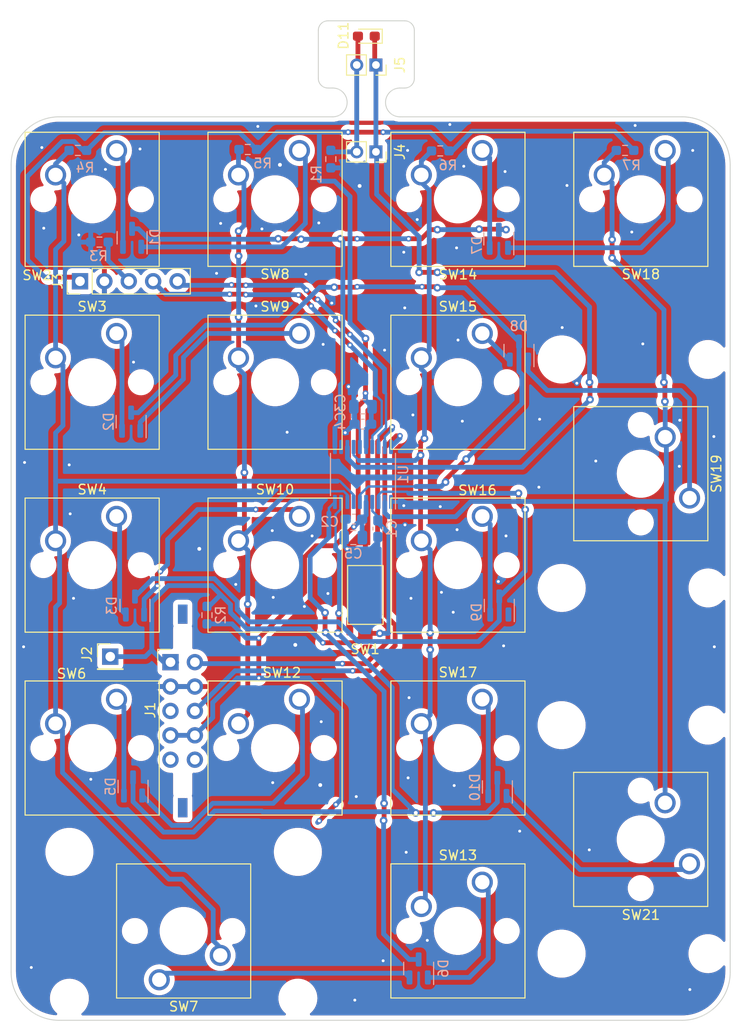
<source format=kicad_pcb>
(kicad_pcb (version 20210126) (generator pcbnew)
  (layers (0 "F.Cu" signal) (31 "B.Cu" signal) (34 "B.Paste" user) (35 "F.Paste" user) (36 "B.SilkS" user "B.Silkscreen") (37 "F.SilkS" user "F.Silkscreen") (38 "B.Mask" user) (39 "F.Mask" user) (44 "Edge.Cuts" user))
  (net 0 "")
  (net 1 "/Keys/COLUMN_0")
  (net 2 "Net-(D1-Pad2)")
  (net 3 "Net-(D1-Pad1)")
  (net 4 "/Keys/COLUMN_1")
  (net 5 "Net-(D2-Pad2)")
  (net 6 "Net-(D2-Pad1)")
  (net 7 "/Keys/COLUMN_2")
  (net 8 "Net-(D3-Pad2)")
  (net 9 "Net-(D3-Pad1)")
  (net 10 "/Keys/COLUMN_3")
  (net 11 "Net-(D5-Pad2)")
  (net 12 "Net-(D5-Pad1)")
  (net 13 "Net-(D6-Pad2)")
  (net 14 "Net-(D6-Pad1)")
  (net 15 "Net-(D7-Pad2)")
  (net 16 "Net-(D7-Pad1)")
  (net 17 "Net-(D8-Pad2)")
  (net 18 "Net-(D8-Pad1)")
  (net 19 "Net-(D9-Pad2)")
  (net 20 "/Keys/ROW_4")
  (net 21 "Net-(D10-Pad2)")
  (net 22 "Net-(D10-Pad1)")
  (net 23 "/SWDCLK")
  (net 24 "/SWDIO")
  (net 27 "VCC")
  (net 28 "GND")
  (net 31 "/mcu/LED_NUMLOCK")
  (net 32 "/RESET")
  (net 33 "Net-(D11-Pad2)")
  (net 34 "Net-(J3-Pad3)")
  (net 35 "/Keys/ROW_0")
  (net 36 "/Keys/ROW_1")
  (net 38 "/Keys/ROW_2")
  (net 39 "/Keys/ROW_3")
  (net 40 "/UART_RX")
  (net 41 "/UART_TX")
  (footprint "footprints:SW_Cherry_MX_1.00u_PCB" (layer "F.Cu") (at 116.68125 100.0125)
    (fp_text reference "SW4")
    (fp_text value "4")
  )
  (footprint "Diode_SMD:D_0603_1608Metric_Pad1.05x0.95mm_HandSolder" (layer "F.Cu") (at 142.7 50 180)
    (fp_text reference "D11")
    (fp_text value "Numlock")
  )
  (footprint "footprints:SW_Cherry_MX_1.00u_PCB" (layer "F.Cu") (at 116.68125 61.9125)
    (fp_text reference "SW2")
    (fp_text value "Num")
  )
  (footprint "footprints:SW_Cherry_MX_2.00u_PCB" (layer "F.Cu") (at 121.13 148.28 180)
    (fp_text reference "SW7")
    (fp_text value "0")
  )
  (footprint "footprints:SW_Cherry_MX_1.00u_PCB" (layer "F.Cu") (at 154.78125 119.0625)
    (fp_text reference "SW17")
    (fp_text value "3")
  )
  (footprint "footprints:SW_Cherry_MX_1.00u_PCB" (layer "F.Cu") (at 154.78125 61.9125)
    (fp_text reference "SW14")
    (fp_text value "times")
  )
  (footprint "footprints:SW_Cherry_MX_1.00u_PCB" (layer "F.Cu") (at 154.78125 80.9625)
    (fp_text reference "SW15")
    (fp_text value "9")
  )
  (footprint "footprints:programming_port_st_link_clone_without_silkscreen_outline" (layer "F.Cu") (at 122.3 115.2 -90)
    (fp_text reference "J1")
    (fp_text value "Conn_02x05_Odd_Even")
  )
  (footprint "Connector_PinSocket_2.00mm:PinSocket_1x02_P2.00mm_Vertical" (layer "F.Cu") (at 143.7 53 -90)
    (fp_text reference "J5")
    (fp_text value "Conn_01x02_Male")
  )
  (footprint "footprints:SW_Cherry_MX_2.00u_PCB" (layer "F.Cu") (at 176.37 98.11 -90)
    (fp_text reference "SW19")
    (fp_text value "plus")
  )
  (footprint "footprints:SW_Cherry_MX_1.00u_PCB" (layer "F.Cu") (at 116.68125 80.9625)
    (fp_text reference "SW3")
    (fp_text value "7")
  )
  (footprint "footprints:SW_Cherry_MX_2.00u_PCB" (layer "F.Cu") (at 176.36 136.2 -90)
    (fp_text reference "SW21")
    (fp_text value "Enter")
  )
  (footprint "Connector_PinHeader_2.54mm:PinHeader_1x05_P2.54mm_Vertical" (layer "F.Cu") (at 112.875 75.525 90)
    (fp_text reference "J3")
    (fp_text value "Conn_01x05")
  )
  (footprint "Connector_PinSocket_2.00mm:PinSocket_1x02_P2.00mm_Vertical" (layer "F.Cu") (at 143.7 62.05 -90)
    (fp_text reference "J4")
    (fp_text value "Conn_01x02_Female")
  )
  (footprint "footprints:SW_Cherry_MX_1.00u_PCB" (layer "F.Cu") (at 135.73125 100.0125)
    (fp_text reference "SW10")
    (fp_text value "5")
  )
  (footprint "footprints:SW_Cherry_MX_1.00u_PCB" (layer "F.Cu") (at 135.73125 80.9625)
    (fp_text reference "SW9")
    (fp_text value "8")
  )
  (footprint "footprints:SW_Cherry_MX_1.00u_PCB" (layer "F.Cu") (at 173.83125 61.9125)
    (fp_text reference "SW18")
    (fp_text value "minus")
  )
  (footprint "Button_Switch_SMD:SW_SPST_CK_RS282G05A3" (layer "F.Cu") (at 142.6 108.2 90)
    (fp_text reference "SW1")
    (fp_text value "SW_Push")
  )
  (footprint "Connector_PinHeader_2.54mm:PinHeader_1x01_P2.54mm_Vertical" (layer "F.Cu") (at 116.025 114.625)
    (fp_text reference "J2")
    (fp_text value "Conn_01x01")
  )
  (footprint "footprints:SW_Cherry_MX_1.00u_PCB" (layer "F.Cu") (at 154.78125 138.1125)
    (fp_text reference "SW13")
    (fp_text value "dot")
  )
  (footprint "footprints:SW_Cherry_MX_1.00u_PCB" (layer "F.Cu") (at 135.73125 61.9125)
    (fp_text reference "SW8")
    (fp_text value "divide")
  )
  (footprint "footprints:SW_Cherry_MX_1.00u_PCB" (layer "F.Cu") (at 154.78125 100.0125)
    (fp_text reference "SW16")
    (fp_text value "6")
  )
  (footprint "footprints:SW_Cherry_MX_1.00u_PCB" (layer "F.Cu") (at 116.68125 119.0625)
    (fp_text reference "SW6")
    (fp_text value "1")
  )
  (footprint "footprints:SW_Cherry_MX_1.00u_PCB" (layer "F.Cu") (at 135.73125 119.0625)
    (fp_text reference "SW12")
    (fp_text value "2")
  )
  (footprint "Package_TO_SOT_SMD:SOT-23" (layer "B.Cu") (at 118.2 90.15 90)
    (fp_text reference "D2")
    (fp_text value "BAT54C")
  )
  (footprint "Package_TO_SOT_SMD:SOT-23" (layer "B.Cu") (at 118.6 109.3 90)
    (fp_text reference "D3")
    (fp_text value "BAT54C")
  )
  (footprint "Resistor_SMD:R_0603_1608Metric_Pad0.98x0.95mm_HandSolder" (layer "B.Cu") (at 139 62.8 90)
    (fp_text reference "R1")
    (fp_text value "47")
  )
  (footprint "Resistor_SMD:R_0603_1608Metric_Pad0.98x0.95mm_HandSolder" (layer "B.Cu") (at 130.35 61.8 180)
    (fp_text reference "R5")
    (fp_text value "100k")
  )
  (footprint "Resistor_SMD:R_0603_1608Metric_Pad0.98x0.95mm_HandSolder" (layer "B.Cu") (at 114.9 71.45 180)
    (fp_text reference "R3")
    (fp_text value "1k")
  )
  (footprint "Package_TO_SOT_SMD:SOT-23" (layer "B.Cu") (at 156.55 109.3 90)
    (fp_text reference "D9")
    (fp_text value "BAT54C")
  )
  (footprint "Package_TO_SOT_SMD:SOT-23" (layer "B.Cu") (at 156.5 71.1 90)
    (fp_text reference "D7")
    (fp_text value "BAT54C")
  )
  (footprint "Capacitor_SMD:C_0603_1608Metric_Pad1.08x0.95mm_HandSolder" (layer "B.Cu") (at 143.9 101.29 -90)
    (fp_text reference "C1")
    (fp_text value "0,1u")
  )
  (footprint "Resistor_SMD:R_0603_1608Metric_Pad0.98x0.95mm_HandSolder" (layer "B.Cu") (at 112.65 61.9 180)
    (fp_text reference "R4")
    (fp_text value "100k")
  )
  (footprint "Resistor_SMD:R_0603_1608Metric_Pad0.98x0.95mm_HandSolder" (layer "B.Cu") (at 169.65 61.9 180)
    (fp_text reference "R7")
    (fp_text value "100k")
  )
  (footprint "Capacitor_SMD:C_0805_2012Metric" (layer "B.Cu") (at 141.34 102.22)
    (fp_text reference "C5")
    (fp_text value "10u")
  )
  (footprint "Capacitor_SMD:C_0805_2012Metric" (layer "B.Cu") (at 142.35 88.6)
    (fp_text reference "C3")
    (fp_text value "10u")
  )
  (footprint "Package_SO:TSSOP-20_4.4x6.5mm_P0.65mm" (layer "B.Cu") (at 142.35 95.65 90)
    (fp_text reference "U1")
    (fp_text value "STM32L011F4Px")
  )
  (footprint "Package_TO_SOT_SMD:SOT-23" (layer "B.Cu") (at 158.6 82.75 90)
    (fp_text reference "D8")
    (fp_text value "BAT54C")
  )
  (footprint "Capacitor_SMD:C_0603_1608Metric_Pad1.08x0.95mm_HandSolder" (layer "B.Cu") (at 141.4 100.3)
    (fp_text reference "C2")
    (fp_text value "100n")
  )
  (footprint "Resistor_SMD:R_0603_1608Metric_Pad0.98x0.95mm_HandSolder" (layer "B.Cu") (at 126.1 110.3 90)
    (fp_text reference "R2")
    (fp_text value "10k")
  )
  (footprint "Package_TO_SOT_SMD:SOT-23" (layer "B.Cu") (at 156.35 128.2 90)
    (fp_text reference "D10")
    (fp_text value "BAT54C")
  )
  (footprint "Capacitor_SMD:C_0603_1608Metric_Pad1.08x0.95mm_HandSolder" (layer "B.Cu") (at 142.34 90.41)
    (fp_text reference "C4")
    (fp_text value "100n")
  )
  (footprint "Package_TO_SOT_SMD:SOT-23" (layer "B.Cu") (at 118.3 71 90)
    (fp_text reference "D1")
    (fp_text value "BAT54C")
  )
  (footprint "Package_TO_SOT_SMD:SOT-23" (layer "B.Cu") (at 118.4 128.15 90)
    (fp_text reference "D5")
    (fp_text value "BAT54C")
  )
  (footprint "Resistor_SMD:R_0603_1608Metric_Pad0.98x0.95mm_HandSolder" (layer "B.Cu") (at 150.4 61.95 180)
    (fp_text reference "R6")
    (fp_text value "100k")
  )
  (footprint "Package_TO_SOT_SMD:SOT-23" (layer "B.Cu") (at 148.15 147.1 90)
    (fp_text reference "D6")
    (fp_text value "BAT54C")
  )
  (gr_line (start 146.2 58.4) (end 175.6 58.4) (layer "Edge.Cuts") (width 0.1))
  (gr_line (start 110.7 58.4) (end 139.2 58.4) (layer "Edge.Cuts") (width 0.1))
  (gr_line (start 147.7 49.4) (end 147.7 54.4) (layer "Edge.Cuts") (width 0.1))
  (gr_line (start 110.7 152.5) (end 175.6 152.5) (layer "Edge.Cuts") (width 0.1))
  (gr_line (start 138.7 48.4) (end 146.7 48.4) (layer "Edge.Cuts") (width 0.1))
  (gr_arc (start 139.2 56.9) (end 139.2 58.4) (angle -180) (layer "Edge.Cuts") (width 0.1))
  (gr_arc (start 138.7 49.4) (end 137.7 49.4) (angle 90) (layer "Edge.Cuts") (width 0.1))
  (gr_line (start 146.7 55.4) (end 146.2 55.4) (layer "Edge.Cuts") (width 0.1))
  (gr_line (start 137.7 49.4) (end 137.7 54.4) (layer "Edge.Cuts") (width 0.1))
  (gr_arc (start 110.7 147.5) (end 105.7 147.5) (angle -90) (layer "Edge.Cuts") (width 0.1))
  (gr_arc (start 146.2 56.9) (end 146.2 58.4) (angle 180) (layer "Edge.Cuts") (width 0.1))
  (gr_arc (start 138.7 54.4) (end 137.7 54.4) (angle -90) (layer "Edge.Cuts") (width 0.1))
  (gr_arc (start 146.7 49.4) (end 146.7 48.4) (angle 90) (layer "Edge.Cuts") (width 0.1))
  (gr_arc (start 146.7 54.4) (end 146.7 55.4) (angle -90) (layer "Edge.Cuts") (width 0.1))
  (gr_arc (start 175.6 63.4) (end 175.6 58.4) (angle 90) (layer "Edge.Cuts") (width 0.1))
  (gr_line (start 138.7 55.4) (end 139.2 55.4) (layer "Edge.Cuts") (width 0.1))
  (gr_line (start 105.7 63.4) (end 105.7 147.5) (layer "Edge.Cuts") (width 0.1))
  (gr_arc (start 110.7 63.4) (end 105.7 63.4) (angle 90) (layer "Edge.Cuts") (width 0.1))
  (gr_line (start 180.6 147.5) (end 180.6 63.4) (layer "Edge.Cuts") (width 0.1))
  (gr_arc (start 175.6 147.5) (end 175.6 152.5) (angle -90) (layer "Edge.Cuts") (width 0.1))
  (segment (start 131.55 96.35) (end 131.25 96.35) (width 0.5) (layer "B.Cu") (net 1))
  (segment (start 110.33125 72.21875) (end 111.2 71.35) (width 0.5) (layer "B.Cu") (net 1))
  (segment (start 131.55 96.35) (end 110.3625 96.35) (width 0.5) (layer "B.Cu") (net 1))
  (segment (start 127.48 145.74) (end 127.48 144.93) (width 0.5) (layer "B.Cu") (net 1))
  (segment (start 139.7 96.35) (end 131.55 96.35) (width 0.5) (layer "B.Cu") (net 1))
  (segment (start 126.75 144.2) (end 126.75 141) (width 0.5) (layer "B.Cu") (net 1))
  (segment (start 111.2 65.32125) (end 110.33125 64.4525) (width 0.5) (layer "B.Cu") (net 1))
  (segment (start 110.75 109.05) (end 110.75 102.97125) (width 0.5) (layer "B.Cu") (net 1))
  (segment (start 110.33125 109.46875) (end 110.75 109.05) (width 0.5) (layer "B.Cu") (net 1))
  (segment (start 110.33125 121.6025) (end 111.05 122.32125) (width 0.5) (layer "B.Cu") (net 1))
  (segment (start 111.1 90.55) (end 111.1 84.27125) (width 0.5) (layer "B.Cu") (net 1))
  (segment (start 139.95 96.35) (end 139.7 96.35) (width 0.25) (layer "B.Cu") (net 1))
  (segment (start 110.75 102.97125) (end 110.33125 102.5525) (width 0.5) (layer "B.Cu") (net 1))
  (segment (start 111.1 84.27125) (end 110.33125 83.5025) (width 0.5) (layer "B.Cu") (net 1))
  (segment (start 110.33125 91.31875) (end 111.1 90.55) (width 0.5) (layer "B.Cu") (net 1))
  (segment (start 111.05 122.32125) (end 111.05 126.7) (width 0.5) (layer "B.Cu") (net 1))
  (segment (start 110.33125 63.30625) (end 111.7375 61.9) (width 0.5) (layer "B.Cu") (net 1))
  (segment (start 141.375 98.5125) (end 141.375 97.775) (width 0.25) (layer "B.Cu") (net 1))
  (segment (start 122.15 137.8) (end 123.55 137.8) (width 0.5) (layer "B.Cu") (net 1))
  (segment (start 123.55 137.8) (end 126.75 141) (width 0.5) (layer "B.Cu") (net 1))
  (segment (start 111.2 71.35) (end 111.2 65.32125) (width 0.5) (layer "B.Cu") (net 1))
  (segment (start 111.05 126.7) (end 122.15 137.8) (width 0.5) (layer "B.Cu") (net 1))
  (segment (start 127.48 144.93) (end 126.75 144.2) (width 0.5) (layer "B.Cu") (net 1))
  (segment (start 110.33125 83.5025) (end 110.33125 72.21875) (width 0.5) (layer "B.Cu") (net 1))
  (segment (start 110.33125 96.31875) (end 110.33125 91.31875) (width 0.5) (layer "B.Cu") (net 1))
  (segment (start 110.3625 96.35) (end 110.33125 96.31875) (width 0.5) (layer "B.Cu") (net 1))
  (segment (start 110.33125 121.6025) (end 110.33125 109.46875) (width 0.5) (layer "B.Cu") (net 1))
  (segment (start 110.33125 64.4525) (end 110.33125 63.30625) (width 0.5) (layer "B.Cu") (net 1))
  (segment (start 110.33125 102.5525) (end 110.33125 96.31875) (width 0.5) (layer "B.Cu") (net 1))
  (segment (start 141.375 97.775) (end 139.95 96.35) (width 0.25) (layer "B.Cu") (net 1))
  (segment (start 117.35 62.58125) (end 116.68125 61.9125) (width 0.5) (layer "B.Cu") (net 2))
  (segment (start 117.35 71.9375) (end 117.35 62.58125) (width 0.5) (layer "B.Cu") (net 2))
  (segment (start 136.35 69.5) (end 133.9 71.95) (width 0.5) (layer "B.Cu") (net 3))
  (segment (start 119.2625 71.95) (end 119.25 71.9375) (width 0.5) (layer "B.Cu") (net 3))
  (segment (start 135.73125 61.9125) (end 136.35 62.53125) (width 0.5) (layer "B.Cu") (net 3))
  (segment (start 136.35 62.53125) (end 136.35 69.5) (width 0.5) (layer "B.Cu") (net 3))
  (segment (start 133.9 71.95) (end 119.2625 71.95) (width 0.5) (layer "B.Cu") (net 3))
  (segment (start 130 95.45) (end 130 101.93375) (width 0.5) (layer "F.Cu") (net 4))
  (segment (start 129.4 80.05) (end 129.4 83.48375) (width 0.5) (layer "F.Cu") (net 4))
  (segment (start 129.4 70.85) (end 129.4 72.9) (width 0.5) (layer "F.Cu") (net 4))
  (segment (start 129.4 80.05) (end 129.4 79.25) (width 0.5) (layer "F.Cu") (net 4))
  (segment (start 130 101.93375) (end 129.38125 102.5525) (width 0.5) (layer "F.Cu") (net 4))
  (segment (start 130.35 109.15) (end 130.35 111.15) (width 0.5) (layer "F.Cu") (net 4))
  (segment (start 130.35 109.15) (end 130.35 120.63375) (width 0.5) (layer "F.Cu") (net 4))
  (segment (start 129.4 83.48375) (end 129.38125 83.5025) (width 0.5) (layer "F.Cu") (net 4))
  (segment (start 129.4 70.85) (end 129.4 70.3) (width 0.5) (layer "F.Cu") (net 4))
  (segment (start 130.35 120.63375) (end 129.38125 121.6025) (width 0.5) (layer "F.Cu") (net 4))
  (via (at 130 95.45) (size 0.8) (drill 0.4) (layers "F.Cu" "B.Cu") (net 4))
  (via (at 129.4 79.25) (size 0.8) (drill 0.4) (layers "F.Cu" "B.Cu") (net 4))
  (via (at 129.4 70.3) (size 0.8) (drill 0.4) (layers "F.Cu" "B.Cu") (net 4))
  (via (at 130.35 109.15) (size 0.8) (drill 0.4) (layers "F.Cu" "B.Cu") (net 4))
  (via (at 129.4 72.9) (size 0.8) (drill 0.4) (layers "F.Cu" "B.Cu") (net 4))
  (segment (start 140.725 97.775) (end 140.35 97.4) (width 0.25) (layer "B.Cu") (net 4))
  (segment (start 129.95 65.02125) (end 129.38125 64.4525) (width 0.5) (layer "B.Cu") (net 4))
  (segment (start 140.725 98.5125) (end 140.725 97.775) (width 0.25) (layer "B.Cu") (net 4))
  (segment (start 129.38125 61.85625) (end 129.4375 61.8) (width 0.5) (layer "B.Cu") (net 4))
  (segment (start 129.4 70.3) (end 129.95 69.75) (width 0.5) (layer "B.Cu") (net 4))
  (segment (start 129.4 79.25) (end 129.4 72.9) (width 0.5) (layer "B.Cu") (net 4))
  (segment (start 129.38125 102.58125) (end 130.05 103.25) (width 0.5) (layer "B.Cu") (net 4))
  (segment (start 129.38125 84.63125) (end 130 85.25) (width 0.5) (layer "B.Cu") (net 4))
  (segment (start 130 85.25) (end 130 95.45) (width 0.5) (layer "B.Cu") (net 4))
  (segment (start 134.53375 97.4) (end 129.38125 102.5525) (width 0.5) (layer "B.Cu") (net 4))
  (segment (start 130.05 103.25) (end 130.35 103.55) (width 0.5) (layer "B.Cu") (net 4))
  (segment (start 129.4 64.47125) (end 129.38125 64.4525) (width 0.5) (layer "B.Cu") (net 4))
  (segment (start 129.95 69.75) (end 129.95 65.02125) (width 0.5) (layer "B.Cu") (net 4))
  (segment (start 130 101.93375) (end 129.38125 102.5525) (width 0.5) (layer "B.Cu") (net 4))
  (segment (start 140.35 97.4) (end 138.85 97.4) (width 0.25) (layer "B.Cu") (net 4))
  (segment (start 129.38125 83.5025) (end 129.38125 84.63125) (width 0.5) (layer "B.Cu") (net 4))
  (segment (start 129.38125 64.4525) (end 129.38125 61.85625) (width 0.5) (layer "B.Cu") (net 4))
  (segment (start 130.35 103.55) (end 130.35 109.15) (width 0.5) (layer "B.Cu") (net 4))
  (segment (start 129.38125 102.5525) (end 129.38125 102.58125) (width 0.5) (layer "B.Cu") (net 4))
  (segment (start 138.85 97.4) (end 134.53375 97.4) (width 0.5) (layer "B.Cu") (net 4))
  (segment (start 117.25 91.0875) (end 117.25 81.53125) (width 0.5) (layer "B.Cu") (net 5))
  (segment (start 117.25 81.53125) (end 116.68125 80.9625) (width 0.5) (layer "B.Cu") (net 5))
  (segment (start 119.15 90.2) (end 123.65 85.7) (width 0.5) (layer "B.Cu") (net 6))
  (segment (start 126.1375 80.9625) (end 135.73125 80.9625) (width 0.5) (layer "B.Cu") (net 6))
  (segment (start 119.15 91.0875) (end 119.15 90.2) (width 0.5) (layer "B.Cu") (net 6))
  (segment (start 123.65 83.45) (end 126.1375 80.9625) (width 0.5) (layer "B.Cu") (net 6))
  (segment (start 123.65 85.7) (end 123.65 83.45) (width 0.5) (layer "B.Cu") (net 6))
  (segment (start 149.35 112.15) (end 149.35 113.900011) (width 0.5) (layer "F.Cu") (net 7))
  (segment (start 148.35 93.65) (end 148.35 92.297918) (width 0.5) (layer "F.Cu") (net 7))
  (segment (start 148.35 102.47125) (end 148.43125 102.5525) (width 0.5) (layer "F.Cu") (net 7))
  (segment (start 148.35 93.65) (end 148.35 102.47125) (width 0.5) (layer "F.Cu") (net 7))
  (segment (start 148.35 92.297918) (end 148.755209 91.892709) (width 0.5) (layer "F.Cu") (net 7))
  (via (at 149.35 113.900011) (size 0.8) (drill 0.4) (layers "F.Cu" "B.Cu") (net 7))
  (via (at 148.35 93.65) (size 0.8) (drill 0.4) (layers "F.Cu" "B.Cu") (net 7))
  (via (at 149.35 112.15) (size 0.8) (drill 0.4) (layers "F.Cu" "B.Cu") (net 7))
  (via (at 148.755209 91.892709) (size 0.8) (drill 0.4) (layers "F.Cu" "B.Cu") (net 7))
  (via (at 148.43125 102.5525) (size 0.8) (drill 0.4) (layers "F.Cu" "B.Cu") (net 7))
  (segment (start 148.43125 65.23125) (end 149.25 66.05) (width 0.5) (layer "B.Cu") (net 7))
  (segment (start 148.4525 121.6025) (end 148.85 122) (width 0.5) (layer "B.Cu") (net 7))
  (segment (start 148.755209 85.005209) (end 148.43125 84.68125) (width 0.5) (layer "B.Cu") (net 7))
  (segment (start 148.85 122) (end 148.85 140.23375) (width 0.5) (layer "B.Cu") (net 7))
  (segment (start 148.43125 64.4525) (end 148.43125 63.00625) (width 0.5) (layer "B.Cu") (net 7))
  (segment (start 149.35 120.68375) (end 148.43125 121.6025) (width 0.5) (layer "B.Cu") (net 7))
  (segment (start 147.8 94.2) (end 148.35 93.65) (width 0.5) (layer "B.Cu") (net 7))
  (segment (start 141.375 92.7875) (end 141.375 93.625) (width 0.25) (layer "B.Cu") (net 7))
  (segment (start 148.43125 102.58125) (end 149.05 103.2) (width 0.5) (layer "B.Cu") (net 7))
  (segment (start 149.35 103.5) (end 149.35 112.15) (width 0.5) (layer "B.Cu") (net 7))
  (segment (start 148.43125 121.6025) (end 148.4525 121.6025) (width 0.5) (layer "B.Cu") (net 7))
  (segment (start 149.05 103.2) (end 149.35 103.5) (width 0.5) (layer "B.Cu") (net 7))
  (segment (start 148.43125 102.5525) (end 148.43125 102.58125) (width 0.5) (layer "B.Cu") (net 7))
  (segment (start 149.25 66.05) (end 149.25 82.68375) (width 0.5) (layer "B.Cu") (net 7))
  (segment (start 148.43125 84.68125) (end 148.43125 83.5025) (width 0.5) (layer "B.Cu") (net 7))
  (segment (start 149.35 113.900011) (end 149.35 120.68375) (width 0.5) (layer "B.Cu") (net 7))
  (segment (start 148.43125 64.4525) (end 148.43125 65.23125) (width 0.5) (layer "B.Cu") (net 7))
  (segment (start 149.25 82.68375) (end 148.43125 83.5025) (width 0.5) (layer "B.Cu") (net 7))
  (segment (start 148.755209 91.892709) (end 148.755209 85.005209) (width 0.5) (layer "B.Cu") (net 7))
  (segment (start 141.375 93.625) (end 141.95 94.2) (width 0.25) (layer "B.Cu") (net 7))
  (segment (start 148.85 140.23375) (end 148.43125 140.6525) (width 0.5) (layer "B.Cu") (net 7))
  (segment (start 149.35 120.68375) (end 149.05 120.98375) (width 0.5) (layer "B.Cu") (net 7))
  (segment (start 141.95 94.2) (end 147.8 94.2) (width 0.5) (layer "B.Cu") (net 7))
  (segment (start 148.43125 63.00625) (end 149.4875 61.95) (width 0.5) (layer "B.Cu") (net 7))
  (segment (start 117 109.5875) (end 117 100.33125) (width 0.5) (layer "B.Cu") (net 8))
  (segment (start 117 100.33125) (end 116.68125 100.0125) (width 0.5) (layer "B.Cu") (net 8))
  (segment (start 117.65 110.2375) (end 117 109.5875) (width 0.5) (layer "B.Cu") (net 8))
  (segment (start 120.925 106.075) (end 121.25 105.75) (width 0.5) (layer "F.Cu") (net 9))
  (segment (start 135.01875 99.3) (end 135.73125 100.0125) (width 0.5) (layer "F.Cu") (net 9))
  (segment (start 120.925 107.25) (end 120.925 106.075) (width 0.5) (layer "F.Cu") (net 9))
  (segment (start 131.175 99.3) (end 135.01875 99.3) (width 0.5) (layer "F.Cu") (net 9))
  (via (at 121.25 105.75) (size 0.6) (drill 0.3) (layers "F.Cu" "B.Cu") (net 9))
  (via (at 120.925 107.25) (size 0.6) (drill 0.3) (layers "F.Cu" "B.Cu") (net 9))
  (via (at 131.175 99.3) (size 0.6) (drill 0.3) (layers "F.Cu" "B.Cu") (net 9))
  (segment (start 121.25 105.75) (end 122 105) (width 0.5) (layer "B.Cu") (net 9))
  (segment (start 122 102.425) (end 125.125 99.3) (width 0.5) (layer "B.Cu") (net 9))
  (segment (start 119.55 110.2375) (end 119.55 108.625) (width 0.5) (layer "B.Cu") (net 9))
  (segment (start 125.125 99.3) (end 131.175 99.3) (width 0.5) (layer "B.Cu") (net 9))
  (segment (start 119.55 108.625) (end 120.925 107.25) (width 0.5) (layer "B.Cu") (net 9))
  (segment (start 122 105) (end 122 102.425) (width 0.5) (layer "B.Cu") (net 9))
  (segment (start 168.3 73.1) (end 168.3 71.1875) (width 0.5) (layer "F.Cu") (net 10))
  (segment (start 173.8 86.15) (end 173.7 86.05) (width 0.5) (layer "F.Cu") (net 10))
  (segment (start 173.8 88.05) (end 173.8 86.15) (width 0.5) (layer "F.Cu") (net 10))
  (via (at 168.3 71.1875) (size 0.8) (drill 0.4) (layers "F.Cu" "B.Cu") (net 10))
  (via (at 173.7 86.05) (size 0.8) (drill 0.4) (layers "F.Cu" "B.Cu") (net 10))
  (via (at 168.3 73.1) (size 0.8) (drill 0.4) (layers "F.Cu" "B.Cu") (net 10))
  (via (at 173.8 88.05) (size 0.8) (drill 0.4) (layers "F.Cu" "B.Cu") (net 10))
  (segment (start 173.83 91.76) (end 173.83 88.08) (width 0.5) (layer "B.Cu") (net 10))
  (segment (start 173.7 86.05) (end 173.7 78.5) (width 0.5) (layer "B.Cu") (net 10))
  (segment (start 173.95 91.88) (end 173.83 91.76) (width 0.5) (layer "B.Cu") (net 10))
  (segment (start 173.82 129.85) (end 173.82 98.43) (width 0.5) (layer "B.Cu") (net 10))
  (segment (start 173.95 98.3) (end 173.95 91.88) (width 0.5) (layer "B.Cu") (net 10))
  (segment (start 173.7 78.5) (end 168.3 73.1) (width 0.5) (layer "B.Cu") (net 10))
  (segment (start 173.82 98.43) (end 173.95 98.3) (width 0.5) (layer "B.Cu") (net 10))
  (segment (start 173.83 88.08) (end 173.8 88.05) (width 0.5) (layer "B.Cu") (net 10))
  (segment (start 152 100.05) (end 153.587511 98.462489) (width 0.5) (layer "B.Cu") (net 10))
  (segment (start 168.3 65.27125) (end 167.48125 64.4525) (width 0.5) (layer "B.Cu") (net 10))
  (segment (start 144.625 99.642698) (end 145.032302 100.05) (width 0.5) (layer "B.Cu") (net 10))
  (segment (start 144.625 98.5125) (end 144.625 99.642698) (width 0.5) (layer "B.Cu") (net 10))
  (segment (start 173.787511 98.462489) (end 173.82 98.43) (width 0.5) (layer "B.Cu") (net 10))
  (segment (start 168.3 71.1875) (end 168.3 65.27125) (width 0.5) (layer "B.Cu") (net 10))
  (segment (start 153.587511 98.462489) (end 173.787511 98.462489) (width 0.5) (layer "B.Cu") (net 10))
  (segment (start 145.032302 100.05) (end 152 100.05) (width 0.5) (layer "B.Cu") (net 10))
  (segment (start 167.48125 63.15625) (end 168.7375 61.9) (width 0.5) (layer "B.Cu") (net 10))
  (segment (start 167.48125 64.4525) (end 167.48125 63.15625) (width 0.5) (layer "B.Cu") (net 10))
  (segment (start 117.45 129.0875) (end 117.45 119.83125) (width 0.5) (layer "B.Cu") (net 11))
  (segment (start 117.45 119.83125) (end 116.68125 119.0625) (width 0.5) (layer "B.Cu") (net 11))
  (segment (start 124.4 132.2) (end 126.7 129.9) (width 0.5) (layer "B.Cu") (net 12))
  (segment (start 136.05 119.38125) (end 135.73125 119.0625) (width 0.5) (layer "B.Cu") (net 12))
  (segment (start 136.05 126.85) (end 136.05 119.38125) (width 0.5) (layer "B.Cu") (net 12))
  (segment (start 122.4625 132.2) (end 124.4 132.2) (width 0.5) (layer "B.Cu") (net 12))
  (segment (start 133 129.9) (end 136.05 126.85) (width 0.5) (layer "B.Cu") (net 12))
  (segment (start 119.35 129.0875) (end 122.4625 132.2) (width 0.5) (layer "B.Cu") (net 12))
  (segment (start 126.7 129.9) (end 133 129.9) (width 0.5) (layer "B.Cu") (net 12))
  (segment (start 136.05 126.85) (end 136.05 125.45) (width 0.5) (layer "B.Cu") (net 12))
  (segment (start 146.7625 147.6) (end 121.81 147.6) (width 0.5) (layer "B.Cu") (net 13))
  (segment (start 121.81 147.6) (end 121.13 148.28) (width 0.5) (layer "B.Cu") (net 13))
  (segment (start 147.2 148.0375) (end 146.7625 147.6) (width 0.5) (layer "B.Cu") (net 13))
  (segment (start 153.4125 148.0375) (end 155.4 146.05) (width 0.5) (layer "B.Cu") (net 14))
  (segment (start 149.1 148.0375) (end 153.4125 148.0375) (width 0.5) (layer "B.Cu") (net 14))
  (segment (start 155.4 146.05) (end 155.4 138.73125) (width 0.5) (layer "B.Cu") (net 14))
  (segment (start 155.4 138.73125) (end 154.78125 138.1125) (width 0.5) (layer "B.Cu") (net 14))
  (segment (start 155.55 72.0375) (end 155.55 62.68125) (width 0.5) (layer "B.Cu") (net 15))
  (segment (start 155.55 62.68125) (end 154.78125 61.9125) (width 0.5) (layer "B.Cu") (net 15))
  (segment (start 174.15 62.23125) (end 173.83125 61.9125) (width 0.5) (layer "B.Cu") (net 16))
  (segment (start 174.15 69.2) (end 174.15 62.23125) (width 0.5) (layer "B.Cu") (net 16))
  (segment (start 157.45 72.0375) (end 171.3125 72.0375) (width 0.5) (layer "B.Cu") (net 16))
  (segment (start 171.3125 72.0375) (end 174.15 69.2) (width 0.5) (layer "B.Cu") (net 16))
  (segment (start 157.65 83.6875) (end 157.50625 83.6875) (width 0.5) (layer "B.Cu") (net 17))
  (segment (start 157.50625 83.6875) (end 154.78125 80.9625) (width 0.5) (layer "B.Cu") (net 17))
  (segment (start 159.55 84.9) (end 161.55 86.9) (width 0.5) (layer "B.Cu") (net 18))
  (segment (start 175.45 86.9) (end 176.37 87.82) (width 0.5) (layer "B.Cu") (net 18))
  (segment (start 159.55 83.6875) (end 159.55 84.9) (width 0.5) (layer "B.Cu") (net 18))
  (segment (start 161.55 86.9) (end 175.45 86.9) (width 0.5) (layer "B.Cu") (net 18))
  (segment (start 176.37 87.82) (end 176.37 98.11) (width 0.5) (layer "B.Cu") (net 18))
  (segment (start 155.6 100.83125) (end 154.78125 100.0125) (width 0.5) (layer "B.Cu") (net 19))
  (segment (start 155.6 110.2375) (end 155.6 100.83125) (width 0.5) (layer "B.Cu") (net 19))
  (segment (start 138.4 112.05) (end 138.45 112.1) (width 0.5) (layer "F.Cu") (net 20))
  (segment (start 138.4 110.05) (end 138.4 112.05) (width 0.5) (layer "F.Cu") (net 20))
  (segment (start 144.55 131.65) (end 144.5 131.7) (width 0.5) (layer "F.Cu") (net 20))
  (segment (start 144.55 129.9) (end 144.55 131.65) (width 0.5) (layer "F.Cu") (net 20))
  (via (at 144.5 131.7) (size 0.8) (drill 0.4) (layers "F.Cu" "B.Cu") (net 20))
  (via (at 138.45 112.1) (size 0.8) (drill 0.4) (layers "F.Cu" "B.Cu") (net 20))
  (via (at 144.55 129.9) (size 0.8) (drill 0.4) (layers "F.Cu" "B.Cu") (net 20))
  (via (at 138.4 110.05) (size 0.8) (drill 0.4) (layers "F.Cu" "B.Cu") (net 20))
  (segment (start 144.5 143.5) (end 144.5 131.7) (width 0.5) (layer "B.Cu") (net 20))
  (segment (start 148.15 146.1625) (end 147.1625 146.1625) (width 0.5) (layer "B.Cu") (net 20))
  (segment (start 139.425 98.5125) (end 138.8 99.1375) (width 0.25) (layer "B.Cu") (net 20))
  (segment (start 136.85002 108.50002) (end 138.4 110.05) (width 0.5) (layer "B.Cu") (net 20))
  (segment (start 138.8 102.2) (end 136.85002 104.14998) (width 0.5) (layer "B.Cu") (net 20))
  (segment (start 136.85002 104.14998) (end 136.85002 108.50002) (width 0.5) (layer "B.Cu") (net 20))
  (segment (start 144.539901 118.25) (end 144.55 118.25) (width 0.5) (layer "B.Cu") (net 20))
  (segment (start 144.5 143.5) (end 144.5 142.45) (width 0.5) (layer "B.Cu") (net 20))
  (segment (start 136.85002 108.50002) (end 137.1 108.75) (width 0.5) (layer "B.Cu") (net 20))
  (segment (start 138.8 99.1375) (end 138.8 99.65) (width 0.25) (layer "B.Cu") (net 20))
  (segment (start 138.8 99.65) (end 138.8 102.2) (width 0.5) (layer "B.Cu") (net 20))
  (segment (start 138.45 112.160099) (end 144.539901 118.25) (width 0.5) (layer "B.Cu") (net 20))
  (segment (start 138.45 112.1) (end 138.45 112.160099) (width 0.5) (layer "B.Cu") (net 20))
  (segment (start 144.55 118.25) (end 144.55 129.9) (width 0.5) (layer "B.Cu") (net 20))
  (segment (start 147.1625 146.1625) (end 144.5 143.5) (width 0.5) (layer "B.Cu") (net 20))
  (segment (start 155.4 129.1375) (end 155.4 119.68125) (width 0.5) (layer "B.Cu") (net 21))
  (segment (start 155.4 119.68125) (end 154.78125 119.0625) (width 0.5) (layer "B.Cu") (net 21))
  (segment (start 175.76 136.8) (end 176.36 136.2) (width 0.5) (layer "B.Cu") (net 22))
  (segment (start 164.9625 136.8) (end 175.76 136.8) (width 0.5) (layer "B.Cu") (net 22))
  (segment (start 157.3 129.1375) (end 164.9625 136.8) (width 0.5) (layer "B.Cu") (net 22))
  (segment (start 144.625 92.837701) (end 144.625 110.25) (width 0.5) (layer "F.Cu") (net 23))
  (segment (start 146.2 91.627622) (end 145.835079 91.627622) (width 0.5) (layer "F.Cu") (net 23))
  (segment (start 143.075 116.1) (end 141.275 116.1) (width 0.5) (layer "F.Cu") (net 23))
  (segment (start 145.7 113.475) (end 143.075 116.1) (width 0.5) (layer "F.Cu") (net 23))
  (segment (start 144.625 110.25) (end 145.7 111.325) (width 0.5) (layer "F.Cu") (net 23))
  (segment (start 145.835079 91.627622) (end 144.625 92.837701) (width 0.5) (layer "F.Cu") (net 23))
  (segment (start 145.7 111.325) (end 145.7 113.475) (width 0.5) (layer "F.Cu") (net 23))
  (via (at 146.2 91.627622) (size 0.6) (drill 0.3) (layers "F.Cu" "B.Cu") (net 23))
  (via (at 141.275 116.1) (size 0.6) (drill 0.3) (layers "F.Cu" "B.Cu") (net 23))
  (segment (start 146.2 91.8625) (end 146.2 91.627622) (width 0.5) (layer "B.Cu") (net 23))
  (segment (start 129.02 116.1) (end 124.84 120.28) (width 0.5) (layer "B.Cu") (net 23))
  (segment (start 141.275 116.1) (end 129.02 116.1) (width 0.5) (layer "B.Cu") (net 23))
  (segment (start 145.275 92.7875) (end 146.2 91.8625) (width 0.5) (layer "B.Cu") (net 23))
  (segment (start 144.15 110.85) (end 143.875 110.575) (width 0.5) (layer "F.Cu") (net 24))
  (segment (start 144.950011 111.650011) (end 144.15 110.85) (width 0.5) (layer "F.Cu") (net 24))
  (segment (start 144.950011 113.049989) (end 144.950011 111.650011) (width 0.5) (layer "F.Cu") (net 24))
  (segment (start 143.875 95.625) (end 143.875 92.464243) (width 0.5) (layer "F.Cu") (net 24))
  (segment (start 140.2 115.35) (end 142.65 115.35) (width 0.5) (layer "F.Cu") (net 24))
  (segment (start 143.875 110.575) (end 143.875 95.625) (width 0.5) (layer "F.Cu") (net 24))
  (segment (start 144.875 113.125) (end 144.950011 113.049989) (width 0.5) (layer "F.Cu") (net 24))
  (segment (start 143.875 92.464243) (end 143.875 92.225) (width 0.5) (layer "F.Cu") (net 24))
  (segment (start 143.875 92.225) (end 145.4 90.7) (width 0.5) (layer "F.Cu") (net 24))
  (segment (start 142.65 115.35) (end 144.875 113.125) (width 0.5) (layer "F.Cu") (net 24))
  (via (at 145.4 90.7) (size 0.6) (drill 0.3) (layers "F.Cu" "B.Cu") (net 24))
  (via (at 140.2 115.35) (size 0.6) (drill 0.3) (layers "F.Cu" "B.Cu") (net 24))
  (segment (start 145.4 90.939243) (end 145.32504 91.014203) (width 0.5) (layer "B.Cu") (net 24))
  (segment (start 145.206549 91.132694) (end 144.625 91.714243) (width 0.25) (layer "B.Cu") (net 24))
  (segment (start 144.625 91.714243) (end 144.625 92.7875) (width 0.25) (layer "B.Cu") (net 24))
  (segment (start 124.99 115.35) (end 124.84 115.2) (width 0.5) (layer "B.Cu") (net 24))
  (segment (start 140.2 115.35) (end 124.99 115.35) (width 0.5) (layer "B.Cu") (net 24))
  (segment (start 145.4 90.7) (end 145.4 90.939243) (width 0.5) (layer "B.Cu") (net 24))
  (segment (start 141.4 101.1) (end 141.85 100.65) (width 0.5) (layer "F.Cu") (net 27))
  (segment (start 142.613541 87.786459) (end 141.85 88.55) (width 0.5) (layer "F.Cu") (net 27))
  (segment (start 136.275 106.925) (end 136.275 107.925) (width 0.5) (layer "F.Cu") (net 27))
  (segment (start 141.4 101.1) (end 139.425 103.075) (width 0.5) (layer "F.Cu") (net 27))
  (segment (start 136.275 104.25) (end 136.275 106.925) (width 0.5) (layer "F.Cu") (net 27))
  (segment (start 112.45 75.1) (end 112.875 75.525) (width 0.5) (layer "F.Cu") (net 27))
  (segment (start 142.65 81.522918) (end 142.613541 81.486459) (width 0.5) (layer "F.Cu") (net 27))
  (segment (start 109.58125 75.1) (end 112.45 75.1) (width 0.5) (layer "F.Cu") (net 27))
  (segment (start 137.45 103.075) (end 136.275 104.25) (width 0.5) (layer "F.Cu") (net 27))
  (segment (start 141.85 100.65) (end 141.85 88.55) (width 0.5) (layer "F.Cu") (net 27))
  (segment (start 142.613541 81.486459) (end 142.613541 87.186459) (width 0.5) (layer "F.Cu") (net 27))
  (segment (start 131.5 112.7) (end 131.5 116.85) (width 0.5) (layer "F.Cu") (net 27))
  (segment (start 139.425 103.075) (end 137.45 103.075) (width 0.5) (layer "F.Cu") (net 27))
  (segment (start 142.613541 87.186459) (end 142.613541 87.786459) (width 0.5) (layer "F.Cu") (net 27))
  (segment (start 139.5 130.025) (end 137.8 131.725) (width 0.5) (layer "F.Cu") (net 27))
  (segment (start 140.8 60) (end 144.45 60) (width 0.5) (layer "F.Cu") (net 27))
  (segment (start 139.525 130.025) (end 139.5 130.025) (width 0.5) (layer "F.Cu") (net 27))
  (segment (start 136.275 107.925) (end 131.5 112.7) (width 0.5) (layer "F.Cu") (net 27))
  (via (at 141.4 101.1) (size 0.6) (drill 0.3) (layers "F.Cu" "B.Cu") (net 27))
  (via (at 140.8 60) (size 0.6) (drill 0.3) (layers "F.Cu" "B.Cu") (net 27))
  (via (at 142.613541 81.486459) (size 0.8) (drill 0.4) (layers "F.Cu" "B.Cu") (net 27))
  (via (at 142.613541 87.186459) (size 0.6) (drill 0.3) (layers "F.Cu" "B.Cu") (net 27))
  (via (at 131.5 112.7) (size 0.6) (drill 0.3) (layers "F.Cu" "B.Cu") (net 27))
  (via (at 109.58125 75.1) (size 0.6) (drill 0.3) (layers "F.Cu" "B.Cu") (net 27))
  (via (at 131.5 116.85) (size 0.6) (drill 0.3) (layers "F.Cu" "B.Cu") (net 27))
  (via (at 144.45 60) (size 0.6) (drill 0.3) (layers "F.Cu" "B.Cu") (net 27))
  (via (at 139.525 130.025) (size 0.6) (drill 0.3) (layers "F.Cu" "B.Cu") (net 27))
  (via (at 137.8 131.725) (size 0.6) (drill 0.3) (layers "F.Cu" "B.Cu") (net 27))
  (segment (start 137.8 65) (end 137.9 65.1) (width 0.5) (layer "B.Cu") (net 27))
  (segment (start 126.7 119.409978) (end 129.259978 116.85) (width 0.5) (layer "B.Cu") (net 27))
  (segment (start 107.4 64.6) (end 111.02502 60.97498) (width 0.5) (layer "B.Cu") (net 27))
  (segment (start 142.613541 87.913541) (end 142.613541 87.186459) (width 0.5) (layer "B.Cu") (net 27))
  (segment (start 109.2 75.1) (end 107.4 73.3) (width 0.5) (layer "B.Cu") (net 27))
  (segment (start 133.4 60) (end 137.8 60) (width 0.5) (layer "B.Cu") (net 27))
  (segment (start 111.02502 60.97498) (end 112.272282 60.97498) (width 0.5) (layer "B.Cu") (net 27))
  (segment (start 107.4 73.3) (end 107.4 72.61875) (width 0.5) (layer "B.Cu") (net 27))
  (segment (start 130.2 112.7) (end 131.5 112.7) (width 0.5) (layer "B.Cu") (net 27))
  (segment (start 143.3 88.6) (end 142.613541 87.913541) (width 0.5) (layer "B.Cu") (net 27))
  (segment (start 126.1 111.2125) (end 128.7125 111.2125) (width 0.5) (layer "B.Cu") (net 27))
  (segment (start 131.2625 61.8) (end 131.6 61.8) (width 0.5) (layer "B.Cu") (net 27))
  (segment (start 124.84 122.82) (end 126.7 120.96) (width 0.5) (layer "B.Cu") (net 27))
  (segment (start 141 66.7) (end 139.4 65.1) (width 0.5) (layer "B.Cu") (net 27))
  (segment (start 128.7125 111.2125) (end 130.2 112.7) (width 0.5) (layer "B.Cu") (net 27))
  (segment (start 112.272282 60.97498) (end 113.197302 61.9) (width 0.5) (layer "B.Cu") (net 27))
  (segment (start 141 79.872918) (end 141 66.7) (width 0.5) (layer "B.Cu") (net 27))
  (segment (start 168.5625 59.9) (end 170.5625 61.9) (width 0.5) (layer "B.Cu") (net 27))
  (segment (start 122.3 122.82) (end 124.84 122.82) (width 0.5) (layer "B.Cu") (net 27))
  (segment (start 136.75 116.85) (end 137.45 117.55) (width 0.5) (layer "B.Cu") (net 27))
  (segment (start 113.5625 61.9) (end 115.4125 60.05) (width 0.5) (layer "B.Cu") (net 27))
  (segment (start 142.2 100.3) (end 141.4 101.1) (width 0.5) (layer "B.Cu") (net 27))
  (segment (start 143.2125 88.91) (end 143.2125 90.4) (width 0.5) (layer "B.Cu") (net 27))
  (segment (start 140.125 120.225) (end 140.125 125.6) (width 0.5) (layer "B.Cu") (net 27))
  (segment (start 142.613541 81.486459) (end 141 79.872918) (width 0.5) (layer "B.Cu") (net 27))
  (segment (start 131.6 61.8) (end 133.4 60) (width 0.5) (layer "B.Cu") (net 27))
  (segment (start 124.87 122.845) (end 124.87 122.229017) (width 0.5) (layer "B.Cu") (net 27))
  (segment (start 126.7 120.96) (end 126.7 119.409978) (width 0.5) (layer "B.Cu") (net 27))
  (segment (start 142.675 92.7875) (end 142.675 90.9375) (width 0.5) (layer "B.Cu") (net 27))
  (segment (start 131.2625 61.8) (end 131.2625 61.5625) (width 0.5) (layer "B.Cu") (net 27))
  (segment (start 142.675 90.9375) (end 143.2025 90.41) (width 0.5) (layer "B.Cu") (net 27))
  (segment (start 137.8 131.725) (end 137.625 131.9) (width 0.5) (layer "B.Cu") (net 27))
  (segment (start 142.675 98.5125) (end 142.675 99.8875) (width 0.5) (layer "B.Cu") (net 27))
  (segment (start 140.125 125.6) (end 140.125 129.425) (width 0.5) (layer "B.Cu") (net 27))
  (segment (start 151.65 61.95) (end 153.7 59.9) (width 0.5) (layer "B.Cu") (net 27))
  (segment (start 149.3625 60) (end 151.3125 61.95) (width 0.5) (layer "B.Cu") (net 27))
  (segment (start 129.5125 60.05) (end 131.2625 61.8) (width 0.5) (layer "B.Cu") (net 27))
  (segment (start 131.5 116.85) (end 136.75 116.85) (width 0.5) (layer "B.Cu") (net 27))
  (segment (start 109.58125 75.1) (end 109.2 75.1) (width 0.5) (layer "B.Cu") (net 27))
  (segment (start 137.8 60) (end 140.8 60) (width 0.5) (layer "B.Cu") (net 27))
  (segment (start 137.8 65) (end 137.8 60) (width 0.5) (layer "B.Cu") (net 27))
  (segment (start 151.3125 61.95) (end 151.65 61.95) (width 0.5) (layer "B.Cu") (net 27))
  (segment (start 140.125 129.425) (end 139.525 130.025) (width 0.5) (layer "B.Cu") (net 27))
  (segment (start 142.675 99.8875) (end 142.2625 100.3) (width 0.5) (layer "B.Cu") (net 27))
  (segment (start 139.4 65.1) (end 137.9 65.1) (width 0.5) (layer "B.Cu") (net 27))
  (segment (start 153.7 59.9) (end 168.5625 59.9) (width 0.5) (layer "B.Cu") (net 27))
  (segment (start 142.2625 100.3) (end 142.2 100.3) (width 0.5) (layer "B.Cu") (net 27))
  (segment (start 144.45 60) (end 149.3625 60) (width 0.5) (layer "B.Cu") (net 27))
  (segment (start 137.45 117.55) (end 140.125 120.225) (width 0.5) (layer "B.Cu") (net 27))
  (segment (start 115.4125 60.05) (end 129.5125 60.05) (width 0.5) (layer "B.Cu") (net 27))
  (segment (start 143.2125 90.4) (end 143.2025 90.41) (width 0.5) (layer "B.Cu") (net 27))
  (segment (start 113.197302 61.9) (end 113.5625 61.9) (width 0.5) (layer "B.Cu") (net 27))
  (segment (start 107.4 73.3) (end 107.4 64.6) (width 0.5) (layer "B.Cu") (net 27))
  (segment (start 129.259978 116.85) (end 131.5 116.85) (width 0.5) (layer "B.Cu") (net 27))
  (segment (start 107.4 64.6) (end 109.6 62.4) (width 0.5) (layer "B.Cu") (net 27))
  (segment (start 142.2625 100.3) (end 142.2625 102.16) (width 0.5) (layer "B.Cu") (net 27))
  (segment (start 140.7 103.4) (end 141.7 103.4) (width 0.5) (layer "F.Cu") (net 28))
  (segment (start 141.7 103.4) (end 142.6 104.3) (width 0.5) (layer "F.Cu") (net 28))
  (via (at 107 113.6) (size 0.6) (drill 0.3) (layers "F.Cu" "B.Cu") (net 28))
  (via (at 160.675 96.975) (size 0.6) (drill 0.3) (layers "F.Cu" "B.Cu") (net 28))
  (via (at 146.7 78.3) (size 0.6) (drill 0.3) (layers "F.Cu" "B.Cu") (net 28))
  (via (at 131.2 78.1) (size 0.6) (drill 0.3) (layers "F.Cu" "B.Cu") (net 28))
  (via (at 137.75 69.45) (size 0.6) (drill 0.3) (layers "F.Cu" "B.Cu") (net 28))
  (via (at 138.2 82.1) (size 0.6) (drill 0.3) (layers "F.Cu" "B.Cu") (net 28))
  (via (at 146.725 100.9) (size 0.6) (drill 0.3) (layers "F.Cu" "B.Cu") (net 28))
  (via (at 131.4 59.4) (size 0.6) (drill 0.3) (layers "F.Cu" "B.Cu") (net 28))
  (via (at 107.8 147) (size 0.6) (drill 0.3) (layers "F.Cu" "B.Cu") (net 28))
  (via (at 107.1 94.4) (size 0.6) (drill 0.3) (layers "F.Cu" "B.Cu") (net 28))
  (via (at 147.55 89.45) (size 0.6) (drill 0.3) (layers "F.Cu" "B.Cu") (net 28))
  (via (at 142 65.6) (size 0.8) (drill 0.4) (layers "F.Cu" "B.Cu") (net 28))
  (via (at 138 121.4) (size 0.6) (drill 0.3) (layers "F.Cu" "B.Cu") (net 28))
  (via (at 157 113.5) (size 0.6) (drill 0.3) (layers "F.Cu" "B.Cu") (net 28))
  (via (at 141.5 150.4) (size 0.6) (drill 0.3) (layers "F.Cu" "B.Cu") (net 28))
  (via (at 111.75 94.65) (size 0.6) (drill 0.3) (layers "F.Cu" "B.Cu") (net 28))
  (via (at 118.45 83.95) (size 0.6) (drill 0.3) (layers "F.Cu" "B.Cu") (net 28))
  (via (at 112.2 108.55) (size 0.6) (drill 0.3) (layers "F.Cu" "B.Cu") (net 28))
  (via (at 178.9 91.7) (size 0.6) (drill 0.3) (layers "F.Cu" "B.Cu") (net 28))
  (via (at 149.05 144.175) (size 0.6) (drill 0.3) (layers "F.Cu" "B.Cu") (net 28))
  (via (at 137.05 102.05) (size 0.6) (drill 0.3) (layers "F.Cu" "B.Cu") (net 28))
  (via (at 152.85 63.55) (size 0.6) (drill 0.3) (layers "F.Cu" "B.Cu") (net 28))
  (via (at 127.1 74.7) (size 0.6) (drill 0.3) (layers "F.Cu" "B.Cu") (net 28))
  (via (at 119.125 61.75) (size 0.6) (drill 0.3) (layers "F.Cu" "B.Cu") (net 28))
  (via (at 147 61.9) (size 0.6) (drill 0.3) (layers "F.Cu" "B.Cu") (net 28))
  (via (at 114 127.4) (size 0.6) (drill 0.3) (layers "F.Cu" "B.Cu") (net 28))
  (via (at 133.7 63.4) (size 0.8) (drill 0.4) (layers "F.Cu" "B.Cu") (net 28))
  (via (at 147.05 127.25) (size 0.6) (drill 0.3) (layers "F.Cu" "B.Cu") (net 28))
  (via (at 152.25 81.65) (size 0.6) (drill 0.3) (layers "F.Cu" "B.Cu") (net 28))
  (via (at 139.1 77.8) (size 0.6) (drill 0.3) (layers "F.Cu" "B.Cu") (net 28))
  (via (at 146.85 135) (size 0.6) (drill 0.3) (layers "F.Cu" "B.Cu") (net 28))
  (via (at 135.3 113.4) (size 0.8) (drill 0.4) (layers "F.Cu" "B.Cu") (net 28))
  (via (at 152.7 90.1) (size 0.6) (drill 0.3) (layers "F.Cu" "B.Cu") (net 28))
  (via (at 175.35 90) (size 0.6) (drill 0.3) (layers "F.Cu" "B.Cu") (net 28))
  (via (at 176.7 61.9) (size 0.6) (drill 0.3) (layers "F.Cu" "B.Cu") (net 28))
  (via (at 151.4 59.2) (size 0.6) (drill 0.3) (layers "F.Cu" "B.Cu") (net 28))
  (via (at 171.5 82.05) (size 0.6) (drill 0.3) (layers "F.Cu" "B.Cu") (net 28))
  (via (at 127.525 69.5) (size 0.6) (drill 0.3) (layers "F.Cu" "B.Cu") (net 28))
  (via (at 109.1 70) (size 0.6) (drill 0.3) (layers "F.Cu" "B.Cu") (net 28))
  (via (at 132.9 101.5) (size 0.6) (drill 0.3) (layers "F.Cu" "B.Cu") (net 28))
  (via (at 152.15 101.4) (size 0.6) (drill 0.3) (layers "F.Cu" "B.Cu") (net 28))
  (via (at 140.85 86.5) (size 0.6) (drill 0.3) (layers "F.Cu" "B.Cu") (net 28))
  (via (at 147.35 108.55) (size 0.6) (drill 0.3) (layers "F.Cu" "B.Cu") (net 28))
  (via (at 111.85 99.75) (size 0.6) (drill 0.3) (layers "F.Cu" "B.Cu") (net 28))
  (via (at 132.95 127.75) (size 0.6) (drill 0.3) (layers "F.Cu" "B.Cu") (net 28))
  (via (at 137.9 128) (size 0.8) (drill 0.4) (layers "F.Cu" "B.Cu") (net 28))
  (via (at 157.25 102.05) (size 0.6) (drill 0.3) (layers "F.Cu" "B.Cu") (net 28))
  (via (at 144.45 146.3) (size 0.6) (drill 0.3) (layers "F.Cu" "B.Cu") (net 28))
  (via (at 146.6 72.5) (size 0.6) (drill 0.3) (layers "F.Cu" "B.Cu") (net 28))
  (via (at 144.6 82.7) (size 0.6) (drill 0.3) (layers "F.Cu" "B.Cu") (net 28))
  (via (at 163.6 65.55) (size 0.6) (drill 0.3) (layers "F.Cu" "B.Cu") (net 28))
  (via (at 150.525 107.925) (size 0.6) (drill 0.3) (layers "F.Cu" "B.Cu") (net 28))
  (via (at 166.6 94.25) (size 0.6) (drill 0.3) (layers "F.Cu" "B.Cu") (net 28))
  (via (at 108.9 61.6) (size 0.6) (drill 0.3) (layers "F.Cu" "B.Cu") (net 28))
  (via (at 152.1 72.05) (size 0.6) (drill 0.3) (layers "F.Cu" "B.Cu") (net 28))
  (via (at 160.75 89.9) (size 0.6) (drill 0.3) (layers "F.Cu" "B.Cu") (net 28))
  (via (at 170.35 70.4) (size 0.6) (drill 0.3) (layers "F.Cu" "B.Cu") (net 28))
  (via (at 140.5 91.3) (size 0.6) (drill 0.3) (layers "F.Cu" "B.Cu") (net 28))
  (via (at 112.75 70.7) (size 0.6) (drill 0.3) (layers "F.Cu" "B.Cu") (net 28))
  (via (at 178.95 113.6) (size 0.6) (drill 0.3) (layers "F.Cu" "B.Cu") (net 28))
  (via (at 164.625 86.15) (size 0.6) (drill 0.3) (layers "F.Cu" "B.Cu") (net 28))
  (via (at 163.1 80.35) (size 0.6) (drill 0.3) (layers "F.Cu" "B.Cu") (net 28))
  (via (at 158.675 132.8) (size 0.6) (drill 0.3) (layers "F.Cu" "B.Cu") (net 28))
  (via (at 115.525 63.875) (size 0.6) (drill 0.3) (layers "F.Cu" "B.Cu") (net 28))
  (via (at 133 108.45) (size 0.6) (drill 0.3) (layers "F.Cu" "B.Cu") (net 28))
  (via (at 150.4 99) (size 0.6) (drill 0.3) (layers "F.Cu" "B.Cu") (net 28))
  (via (at 140.7 103.4) (size 0.6) (drill 0.3) (layers "F.Cu" "B.Cu") (net 28))
  (via (at 136.25 109.4) (size 0.6) (drill 0.3) (layers "F.Cu" "B.Cu") (net 28))
  (via (at 147.15 118.9) (size 0.6) (drill 0.3) (layers "F.Cu" "B.Cu") (net 28))
  (via (at 176.4 149.3) (size 0.6) (drill 0.3) (layers "F.Cu" "B.Cu") (net 28))
  (via (at 129.1 107.1) (size 0.6) (drill 0.3) (layers "F.Cu" "B.Cu") (net 28))
  (via (at 151.75 110) (size 0.6) (drill 0.3) (layers "F.Cu" "B.Cu") (net 28))
  (via (at 134.45 91.25) (size 0.6) (drill 0.3) (layers "F.Cu" "B.Cu") (net 28))
  (via (at 125.3 103.4) (size 0.8) (drill 0.4) (layers "F.Cu" "B.Cu") (net 28))
  (via (at 136.4 74.8) (size 0.6) (drill 0.3) (layers "F.Cu" "B.Cu") (net 28))
  (via (at 175.3 94.8) (size 0.6) (drill 0.3) (layers "F.Cu" "B.Cu") (net 28))
  (via (at 138.7 108.05) (size 0.6) (drill 0.3) (layers "F.Cu" "B.Cu") (net 28))
  (via (at 165.925 134.75) (size 0.6) (drill 0.3) (layers "F.Cu" "B.Cu") (net 28))
  (via (at 141.65 129.2) (size 0.6) (drill 0.3) (layers "F.Cu" "B.Cu") (net 28))
  (via (at 151.85 128.05) (size 0.6) (drill 0.3) (layers "F.Cu" "B.Cu") (net 28))
  (via (at 157.15 64.1) (size 0.6) (drill 0.3) (layers "F.Cu" "B.Cu") (net 28))
  (via (at 170.7 59.3) (size 0.6) (drill 0.3) (layers "F.Cu" "B.Cu") (net 28))
  (via (at 146.6 98.9) (size 0.6) (drill 0.3) (layers "F.Cu" "B.Cu") (net 28))
  (via (at 131.825 70.075) (size 0.6) (drill 0.3) (layers "F.Cu" "B.Cu") (net 28))
  (via (at 148 69.1) (size 0.6) (drill 0.3) (layers "F.Cu" "B.Cu") (net 28))
  (via (at 156.45 106.8) (size 0.6) (drill 0.3) (layers "F.Cu" "B.Cu") (net 28))
  (segment (start 142.025 90.9575) (end 141.4775 90.41) (width 0.25) (layer "B.Cu") (net 28))
  (segment (start 140.4775 100.36) (end 140.5375 100.3) (width 0.5) (layer "B.Cu") (net 28))
  (segment (start 143.9 102.69) (end 143.9 102.1525) (width 0.5) (layer "B.Cu") (net 28))
  (segment (start 139 63.7125) (end 140.1125 63.7125) (width 0.5) (layer "B.Cu") (net 28))
  (segment (start 143.8 102.2525) (end 143.9 102.1525) (width 0.5) (layer "B.Cu") (net 28))
  (segment (start 141.39 90.41) (end 140.5 91.3) (width 0.5) (layer "B.Cu") (net 28))
  (segment (start 141.4775 90.41) (end 141.39 90.41) (width 0.5) (layer "B.Cu") (net 28))
  (segment (start 143.19 103.4) (end 143.9 102.69) (width 0.5) (layer "B.Cu") (net 28))
  (segment (start 140.4775 102.22) (end 140.4775 100.36) (width 0.5) (layer "B.Cu") (net 28))
  (segment (start 141.4775 88.92) (end 141.4875 88.91) (width 0.5) (layer "B.Cu") (net 28))
  (segment (start 142.025 92.7875) (end 142.025 90.9575) (width 0.25) (layer "B.Cu") (net 28))
  (segment (start 140.39 102.22) (end 140.39 103.09) (width 0.5) (layer "B.Cu") (net 28))
  (segment (start 140.39 103.09) (end 140.7 103.4) (width 0.5) (layer "B.Cu") (net 28))
  (segment (start 122.3 117.74) (end 124.84 117.74) (width 0.5) (layer "B.Cu") (net 28))
  (segment (start 141.4775 90.41) (end 141.4775 88.92) (width 0.5) (layer "B.Cu") (net 28))
  (segment (start 140.1125 63.7125) (end 142 65.6) (width 0.5) (layer "B.Cu") (net 28))
  (segment (start 140.7 103.4) (end 143.19 103.4) (width 0.5) (layer "B.Cu") (net 28))
  (segment (start 166 86.1) (end 165.95 86.05) (width 0.5) (layer "F.Cu") (net 31))
  (segment (start 166 87.85) (end 166 86.1) (width 0.5) (layer "F.Cu") (net 31))
  (segment (start 143.575 50) (end 143.575 52.875) (width 0.5) (layer "F.Cu") (net 31))
  (segment (start 150.1 74.6) (end 148.2 74.6) (width 0.5) (layer "F.Cu") (net 31))
  (segment (start 143.575 52.875) (end 143.7 53) (width 0.5) (layer "F.Cu") (net 31))
  (via (at 150.1 74.6) (size 0.8) (drill 0.4) (layers "F.Cu" "B.Cu") (net 31))
  (via (at 166 87.85) (size 0.8) (drill 0.4) (layers "F.Cu" "B.Cu") (net 31))
  (via (at 165.95 86.05) (size 0.8) (drill 0.4) (layers "F.Cu" "B.Cu") (net 31))
  (via (at 148.2 74.6) (size 0.8) (drill 0.4) (layers "F.Cu" "B.Cu") (net 31))
  (segment (start 165.95 86.05) (end 165.95 78.2) (width 0.5) (layer "B.Cu") (net 31))
  (segment (start 140.725 93.964977) (end 141.660023 94.9) (width 0.5) (layer "B.Cu") (net 31))
  (segment (start 158.95 94.9) (end 166 87.85) (width 0.5) (layer "B.Cu") (net 31))
  (segment (start 140.725 92.7875) (end 140.725 93.964977) (width 0.5) (layer "B.Cu") (net 31))
  (segment (start 148.2 74.6) (end 148.2 70.9) (width 0.5) (layer "B.Cu") (net 31))
  (segment (start 162.35 74.6) (end 150.1 74.6) (width 0.5) (layer "B.Cu") (net 31))
  (segment (start 143.7 62.05) (end 143.7 53) (width 0.5) (layer "B.Cu") (net 31))
  (segment (start 143.775 66.475) (end 143.775 62.05) (width 0.5) (layer "B.Cu") (net 31))
  (segment (start 141.660023 94.9) (end 158.95 94.9) (width 0.5) (layer "B.Cu") (net 31))
  (segment (start 165.95 78.2) (end 162.35 74.6) (width 0.5) (layer "B.Cu") (net 31))
  (segment (start 148.2 70.9) (end 143.775 66.475) (width 0.5) (layer "B.Cu") (net 31))
  (segment (start 158.95 94.9) (end 159.85 94) (width 0.5) (layer "B.Cu") (net 31))
  (segment (start 142.75 112.25) (end 142.6 112.1) (width 0.5) (layer "F.Cu") (net 32))
  (segment (start 142.7 112.2) (end 142.6 112.1) (width 0.5) (layer "F.Cu") (net 32))
  (segment (start 144.1 112.2) (end 142.7 112.2) (width 0.5) (layer "F.Cu") (net 32))
  (segment (start 138.175 113.175) (end 141.525 113.175) (width 0.5) (layer "F.Cu") (net 32))
  (segment (start 141.525 113.175) (end 142.6 112.1) (width 0.5) (layer "F.Cu") (net 32))
  (via (at 144.1 112.2) (size 0.8) (drill 0.4) (layers "F.Cu" "B.Cu") (net 32))
  (via (at 138.175 113.175) (size 0.6) (drill 0.3) (layers "F.Cu" "B.Cu") (net 32))
  (segment (start 126.1 109.3875) (end 126.3125 109.3875) (width 0.5) (layer "B.Cu") (net 32))
  (segment (start 143.325 99.459476) (end 143.9 100.034476) (width 0.25) (layer "B.Cu") (net 32))
  (segment (start 119.675 114.625) (end 120.35 113.95) (width 0.5) (layer "B.Cu") (net 32))
  (segment (start 143.9 100.034476) (end 143.9 100.4275) (width 0.25) (layer "B.Cu") (net 32))
  (segment (start 143.325 98.5125) (end 143.325 99.459476) (width 0.25) (layer "B.Cu") (net 32))
  (segment (start 116.025 114.625) (end 119.675 114.625) (width 0.5) (layer "B.Cu") (net 32))
  (segment (start 128.55 110.025) (end 130.25 111.725) (width 0.5) (layer "B.Cu") (net 32))
  (segment (start 143.9 100.642698) (end 145.05 101.792698) (width 0.5) (layer "B.Cu") (net 32))
  (segment (start 122.33 115.225) (end 122.945983 115.225) (width 0.5) (layer "B.Cu") (net 32))
  (segment (start 130.25 111.725) (end 136.725 111.725) (width 0.5) (layer "B.Cu") (net 32))
  (segment (start 144.95 112.2) (end 144.1 112.2) (width 0.5) (layer "B.Cu") (net 32))
  (segment (start 126.3125 109.3875) (end 127.525 108.175) (width 0.5) (layer "B.Cu") (net 32))
  (segment (start 145.05 112.1) (end 144.95 112.2) (width 0.5) (layer "B.Cu") (net 32))
  (segment (start 136.725 111.725) (end 138.175 113.175) (width 0.5) (layer "B.Cu") (net 32))
  (segment (start 128.55 109.2) (end 128.55 110.025) (width 0.5) (layer "B.Cu") (net 32))
  (segment (start 122.33 115.225) (end 121.625 115.225) (width 0.5) (layer "B.Cu") (net 32))
  (segment (start 127.525 108.175) (end 128.55 109.2) (width 0.5) (layer "B.Cu") (net 32))
  (segment (start 121.625 115.225) (end 120.35 113.95) (width 0.5) (layer "B.Cu") (net 32))
  (segment (start 143.9 100.4275) (end 143.9 100.642698) (width 0.5) (layer "B.Cu") (net 32))
  (segment (start 126.575 107.225) (end 127.525 108.175) (width 0.5) (layer "B.Cu") (net 32))
  (segment (start 145.05 101.792698) (end 145.05 112.1) (width 0.5) (layer "B.Cu") (net 32))
  (segment (start 120.35 108.935017) (end 122.060017 107.225) (width 0.5) (layer "B.Cu") (net 32))
  (segment (start 122.060017 107.225) (end 126.575 107.225) (width 0.5) (layer "B.Cu") (net 32))
  (segment (start 120.35 113.95) (end 120.35 108.935017) (width 0.5) (layer "B.Cu") (net 32))
  (segment (start 141.825 50) (end 141.825 52.875) (width 0.5) (layer "F.Cu") (net 33))
  (segment (start 141.825 52.875) (end 141.7 53) (width 0.5) (layer "F.Cu") (net 33))
  (segment (start 141.7 62.05) (end 141.7 53) (width 0.5) (layer "B.Cu") (net 33))
  (segment (start 139.1625 62.05) (end 139 61.8875) (width 0.5) (layer "B.Cu") (net 33))
  (segment (start 141.235 62.05) (end 139.1625 62.05) (width 0.5) (layer "B.Cu") (net 33))
  (segment (start 115.8125 73.3825) (end 117.955 75.525) (width 0.5) (layer "B.Cu") (net 34))
  (segment (start 115.8125 71.45) (end 115.8125 73.3825) (width 0.5) (layer "B.Cu") (net 34))
  (segment (start 133.523959 71.1) (end 135.85 71.1) (width 0.5) (layer "F.Cu") (net 35))
  (segment (start 154.45 70.1) (end 157.2 70.1) (width 0.5) (layer "F.Cu") (net 35))
  (segment (start 135.85 71.1) (end 135.901041 71.151041) (width 0.5) (layer "F.Cu") (net 35))
  (segment (start 149.4 70.15) (end 150.1 70.15) (width 0.5) (layer "F.Cu") (net 35))
  (segment (start 157.2 70.1) (end 157.25 70.15) (width 0.5) (layer "F.Cu") (net 35))
  (segment (start 148.45 71.1) (end 149.4 70.15) (width 0.5) (layer "F.Cu") (net 35))
  (segment (start 140 71.1) (end 141.75 71.1) (width 0.5) (layer "F.Cu") (net 35))
  (segment (start 147.1 71.1) (end 148.45 71.1) (width 0.5) (layer "F.Cu") (net 35))
  (via (at 140 71.1) (size 0.8) (drill 0.4) (layers "F.Cu" "B.Cu") (net 35))
  (via (at 135.901041 71.151041) (size 0.8) (drill 0.4) (layers "F.Cu" "B.Cu") (net 35))
  (via (at 141.75 71.1) (size 0.6) (drill 0.3) (layers "F.Cu" "B.Cu") (net 35))
  (via (at 147.1 71.1) (size 0.6) (drill 0.3) (layers "F.Cu" "B.Cu") (net 35))
  (via (at 150.1 70.15) (size 0.8) (drill 0.4) (layers "F.Cu" "B.Cu") (net 35))
  (via (at 133.523959 71.1) (size 0.8) (drill 0.4) (layers "F.Cu" "B.Cu") (net 35))
  (via (at 157.25 70.15) (size 0.8) (drill 0.4) (layers "F.Cu" "B.Cu") (net 35))
  (via (at 154.45 70.1) (size 0.8) (drill 0.4) (layers "F.Cu" "B.Cu") (net 35))
  (segment (start 118.961058 70.0625) (end 118.3 70.0625) (width 0.5) (layer "B.Cu") (net 35))
  (segment (start 139.948959 71.151041) (end 140 71.1) (width 0.5) (layer "B.Cu") (net 35))
  (segment (start 133.473959 71.15) (end 133.523959 71.1) (width 0.5) (layer "B.Cu") (net 35))
  (segment (start 133.523959 71.1) (end 133.473948 71.150011) (width 0.5) (layer "B.Cu") (net 35))
  (segment (start 140 86.3) (end 140 90.2) (width 0.5) (layer "B.Cu") (net 35))
  (segment (start 154.4 70.15) (end 154.45 70.1) (width 0.5) (layer "B.Cu") (net 35))
  (segment (start 133.473948 71.150011) (end 120.048569 71.150011) (width 0.5) (layer "B.Cu") (net 35))
  (segment (start 140 71.1) (end 140.25 71.35) (width 0.5) (layer "B.Cu") (net 35))
  (segment (start 139.425 90.775) (end 139.425 92.7875) (width 0.5) (layer "B.Cu") (net 35))
  (segment (start 140.25 71.35) (end 140.25 86.05) (width 0.5) (layer "B.Cu") (net 35))
  (segment (start 135.901041 71.151041) (end 139.948959 71.151041) (width 0.5) (layer "B.Cu") (net 35))
  (segment (start 156.5125 70.15) (end 156.5 70.1625) (width 0.5) (layer "B.Cu") (net 35))
  (segment (start 141.75 71.1) (end 147.1 71.1) (width 0.5) (layer "B.Cu") (net 35))
  (segment (start 157.25 70.15) (end 156.5125 70.15) (width 0.5) (layer "B.Cu") (net 35))
  (segment (start 120.048569 71.150011) (end 118.961058 70.0625) (width 0.5) (layer "B.Cu") (net 35))
  (segment (start 140 90.2) (end 139.425 90.775) (width 0.5) (layer "B.Cu") (net 35))
  (segment (start 150.1 70.15) (end 154.4 70.15) (width 0.5) (layer "B.Cu") (net 35))
  (segment (start 140.25 86.05) (end 140 86.3) (width 0.5) (layer "B.Cu") (net 35))
  (segment (start 141.7 76.15) (end 141.75 76.1) (width 0.5) (layer "F.Cu") (net 36))
  (segment (start 150 76.1) (end 150.1 76.2) (width 0.5) (layer "F.Cu") (net 36))
  (segment (start 150.95 96.45) (end 150.95 96.2) (width 0.5) (layer "F.Cu") (net 36))
  (segment (start 150.023959 76.123959) (end 150.1 76.2) (width 0.5) (layer "F.Cu") (net 36))
  (segment (start 150.95 96.2) (end 153.1 94.05) (width 0.5) (layer "F.Cu") (net 36))
  (segment (start 139.35 76.15) (end 139.376041 76.123959) (width 0.5) (layer "F.Cu") (net 36))
  (segment (start 139.35 76.15) (end 141.7 76.15) (width 0.5) (layer "F.Cu") (net 36))
  (segment (start 148.5 76.1) (end 150 76.1) (width 0.5) (layer "F.Cu") (net 36))
  (via (at 141.75 76.1) (size 0.6) (drill 0.3) (layers "F.Cu" "B.Cu") (net 36))
  (via (at 153.1 94.05) (size 0.8) (drill 0.4) (layers "F.Cu" "B.Cu") (net 36))
  (via (at 148.5 76.1) (size 0.6) (drill 0.3) (layers "F.Cu" "B.Cu") (net 36))
  (via (at 150.1 76.2) (size 0.8) (drill 0.4) (layers "F.Cu" "B.Cu") (net 36))
  (via (at 139.35 76.15) (size 0.8) (drill 0.4) (layers "F.Cu" "B.Cu") (net 36))
  (via (at 150.95 96.45) (size 0.8) (drill 0.4) (layers "F.Cu" "B.Cu") (net 36))
  (segment (start 147.85 96.9) (end 150.5 96.9) (width 0.5) (layer "B.Cu") (net 36))
  (segment (start 141.75 76.1) (end 148.5 76.1) (width 0.5) (layer "B.Cu") (net 36))
  (segment (start 122.85 83.260022) (end 126.010022 80.1) (width 0.5) (layer "B.Cu") (net 36))
  (segment (start 158.9 85.239978) (end 158.6 84.939978) (width 0.5) (layer "B.Cu") (net 36))
  (segment (start 152.9875 76.2) (end 150.1 76.2) (width 0.5) (layer "B.Cu") (net 36))
  (segment (start 158.9 88.25) (end 158.9 85.239978) (width 0.5) (layer "B.Cu") (net 36))
  (segment (start 139.35 76.15) (end 137.85 76.15) (width 0.5) (layer "B.Cu") (net 36))
  (segment (start 142.025 98.5125) (end 142.025 97.775) (width 0.25) (layer "B.Cu") (net 36))
  (segment (start 142.025 97.775) (end 142.9 96.9) (width 0.25) (layer "B.Cu") (net 36))
  (segment (start 153.1 94.05) (end 158.9 88.25) (width 0.5) (layer "B.Cu") (net 36))
  (segment (start 118.9375 89.2125) (end 122.85 85.3) (width 0.5) (layer "B.Cu") (net 36))
  (segment (start 158.6 81.8125) (end 152.9875 76.2) (width 0.5) (layer "B.Cu") (net 36))
  (segment (start 126.010022 80.1) (end 133.9 80.1) (width 0.5) (layer "B.Cu") (net 36))
  (segment (start 122.85 85.3) (end 122.85 83.260022) (width 0.5) (layer "B.Cu") (net 36))
  (segment (start 118.2 89.2125) (end 118.9375 89.2125) (width 0.5) (layer "B.Cu") (net 36))
  (segment (start 150.5 96.9) (end 150.95 96.45) (width 0.5) (layer "B.Cu") (net 36))
  (segment (start 158.6 84.939978) (end 158.6 81.8125) (width 0.5) (layer "B.Cu") (net 36))
  (segment (start 137.85 76.15) (end 133.9 80.1) (width 0.5) (layer "B.Cu") (net 36))
  (segment (start 142.9 96.9) (end 147.85 96.9) (width 0.25) (layer "B.Cu") (net 36))
  (segment (start 158.55 97.612489) (end 158.55 98.612489) (width 0.5) (layer "F.Cu") (net 38))
  (segment (start 158.55 98.612489) (end 159.25 99.312489) (width 0.5) (layer "F.Cu") (net 38))
  (via (at 158.55 97.612489) (size 0.8) (drill 0.4) (layers "F.Cu" "B.Cu") (net 38))
  (via (at 159.25 99.312489) (size 0.8) (drill 0.4) (layers "F.Cu" "B.Cu") (net 38))
  (segment (start 154.373547 113.050011) (end 156.55 110.873558) (width 0.5) (layer "B.Cu") (net 38))
  (segment (start 141.800011 113.050011) (end 154.373547 113.050011) (width 0.5) (layer "B.Cu") (net 38))
  (segment (start 159.25 105.7) (end 156.5875 108.3625) (width 0.5) (layer "B.Cu") (net 38))
  (segment (start 126.875 106.5) (end 129.25 108.875) (width 0.5) (layer "B.Cu") (net 38))
  (segment (start 144.30002 97.44998) (end 146.94998 97.44998) (width 0.25) (layer "B.Cu") (net 38))
  (segment (start 139.75 111) (end 141.800011 113.050011) (width 0.5) (layer "B.Cu") (net 38))
  (segment (start 130.525 111) (end 139.75 111) (width 0.5) (layer "B.Cu") (net 38))
  (segment (start 129.25 108.875) (end 129.25 109.725) (width 0.5) (layer "B.Cu") (net 38))
  (segment (start 129.25 109.725) (end 130.525 111) (width 0.5) (layer "B.Cu") (net 38))
  (segment (start 147.112489 97.612489) (end 158.55 97.612489) (width 0.5) (layer "B.Cu") (net 38))
  (segment (start 156.55 110.873558) (end 156.55 108.3625) (width 0.5) (layer "B.Cu") (net 38))
  (segment (start 143.975 98.5125) (end 143.975 97.775) (width 0.25) (layer "B.Cu") (net 38))
  (segment (start 143.975 97.775) (end 144.30002 97.44998) (width 0.25) (layer "B.Cu") (net 38))
  (segment (start 118.6 108.3625) (end 120.4625 106.5) (width 0.5) (layer "B.Cu") (net 38))
  (segment (start 146.94998 97.44998) (end 147.112489 97.612489) (width 0.25) (layer "B.Cu") (net 38))
  (segment (start 159.25 99.312489) (end 159.25 105.7) (width 0.5) (layer "B.Cu") (net 38))
  (segment (start 156.5875 108.3625) (end 156.55 108.3625) (width 0.5) (layer "B.Cu") (net 38))
  (segment (start 120.4625 106.5) (end 126.875 106.5) (width 0.5) (layer "B.Cu") (net 38))
  (segment (start 139.85 112.05) (end 139.723959 112.176041) (width 0.5) (layer "F.Cu") (net 39))
  (segment (start 147.85 130.9) (end 149.7 130.9) (width 0.5) (layer "F.Cu") (net 39))
  (segment (start 139.85 110.1) (end 139.85 112.05) (width 0.5) (layer "F.Cu") (net 39))
  (via (at 139.723959 112.176041) (size 0.8) (drill 0.4) (layers "F.Cu" "B.Cu") (net 39))
  (via (at 139.85 110.1) (size 0.8) (drill 0.4) (layers "F.Cu" "B.Cu") (net 39))
  (via (at 149.7 130.9) (size 0.8) (drill 0.4) (layers "F.Cu" "B.Cu") (net 39))
  (via (at 147.85 130.9) (size 0.8) (drill 0.4) (layers "F.Cu" "B.Cu") (net 39))
  (segment (start 145.4 117.852082) (end 145.4 128.45) (width 0.5) (layer "B.Cu") (net 39))
  (segment (start 139.9 110.05) (end 139.85 110.1) (width 0.5) (layer "B.Cu") (net 39))
  (segment (start 124.69998 132.90002) (end 126.9 130.7) (width 0.5) (layer "B.Cu") (net 39))
  (segment (start 139.9 103.8) (end 139.9 110.05) (width 0.5) (layer "B.Cu") (net 39))
  (segment (start 131.875011 130.775011) (end 147.725011 130.775011) (width 0.5) (layer "B.Cu") (net 39))
  (segment (start 121.576462 132.90002) (end 124.69998 132.90002) (width 0.5) (layer "B.Cu") (net 39))
  (segment (start 140.075 98.5125) (end 140.075 99.225) (width 0.25) (layer "B.Cu") (net 39))
  (segment (start 139.5 103.4) (end 139.9 103.8) (width 0.5) (layer "B.Cu") (net 39))
  (segment (start 140.075 99.225) (end 139.5 99.8) (width 0.25) (layer "B.Cu") (net 39))
  (segment (start 139.5 103) (end 139.5 103.4) (width 0.5) (layer "B.Cu") (net 39))
  (segment (start 156.35 129.773558) (end 156.35 127.2625) (width 0.5) (layer "B.Cu") (net 39))
  (segment (start 149.7 130.9) (end 155.223558 130.9) (width 0.5) (layer "B.Cu") (net 39))
  (segment (start 139.5 99.8) (end 139.5 103) (width 0.25) (layer "B.Cu") (net 39))
  (segment (start 147.725011 130.775011) (end 147.85 130.9) (width 0.5) (layer "B.Cu") (net 39))
  (segment (start 155.223558 130.9) (end 156.35 129.773558) (width 0.5) (layer "B.Cu") (net 39))
  (segment (start 118.4 129.723558) (end 121.576462 132.90002) (width 0.5) (layer "B.Cu") (net 39))
  (segment (start 139.723959 112.176041) (end 145.4 117.852082) (width 0.5) (layer "B.Cu") (net 39))
  (segment (start 118.4 127.2125) (end 118.4 129.723558) (width 0.5) (layer "B.Cu") (net 39))
  (segment (start 131.8 130.7) (end 131.875011 130.775011) (width 0.5) (layer "B.Cu") (net 39))
  (segment (start 145.4 128.45) (end 147.85 130.9) (width 0.5) (layer "B.Cu") (net 39))
  (segment (start 147.8 130.85) (end 147.85 130.9) (width 0.5) (layer "B.Cu") (net 39))
  (segment (start 126.9 130.7) (end 131.8 130.7) (width 0.5) (layer "B.Cu") (net 39))
  (segment (start 130.15 75.95) (end 128.7 75.95) (width 0.5) (layer "F.Cu") (net 40))
  (segment (start 137.430331 77.430331) (end 136.469669 76.469669) (width 0.5) (layer "F.Cu") (net 40))
  (segment (start 128.7 75.95) (end 128.65 75.9) (width 0.5) (layer "F.Cu") (net 40))
  (segment (start 137.630331 77.430331) (end 137.430331 77.430331) (width 0.5) (layer "F.Cu") (net 40))
  (segment (start 139.5 79.6) (end 139.525 79.6) (width 0.5) (layer "F.Cu") (net 40))
  (segment (start 139.525 79.6) (end 141 81.075) (width 0.5) (layer "F.Cu") (net 40))
  (via (at 137.630331 77.430331) (size 0.6) (drill 0.3) (layers "F.Cu" "B.Cu") (net 40))
  (via (at 141 81.075) (size 0.6) (drill 0.3) (layers "F.Cu" "B.Cu") (net 40))
  (via (at 136.469669 76.469669) (size 0.6) (drill 0.3) (layers "F.Cu" "B.Cu") (net 40))
  (via (at 130.15 75.95) (size 0.6) (drill 0.3) (layers "F.Cu" "B.Cu") (net 40))
  (via (at 139.5 79.6) (size 0.6) (drill 0.3) (layers "F.Cu" "B.Cu") (net 40))
  (via (at 128.65 75.9) (size 0.6) (drill 0.3) (layers "F.Cu" "B.Cu") (net 40))
  (segment (start 139.5 79.3) (end 137.630331 77.430331) (width 0.5) (layer "B.Cu") (net 40))
  (segment (start 128.65 75.9) (end 128.599989 75.950011) (width 0.5) (layer "B.Cu") (net 40))
  (segment (start 135.95 75.95) (end 135.45 75.95) (width 0.5) (layer "B.Cu") (net 40))
  (segment (start 139.5 79.6) (end 139.5 79.3) (width 0.5) (layer "B.Cu") (net 40))
  (segment (start 130.15 75.95) (end 135.45 75.95) (width 0.5) (layer "B.Cu") (net 40))
  (segment (start 143.975 92.7875) (end 143.975 91.606948) (width 0.25) (layer "B.Cu") (net 40))
  (segment (start 144.75002 87.20002) (end 144.6 87.05) (width 0.25) (layer "B.Cu") (net 40))
  (segment (start 144.75002 90.831928) (end 144.75002 87.20002) (width 0.25) (layer "B.Cu") (net 40))
  (segment (start 143.975 91.606948) (end 144.75002 90.831928) (width 0.25) (layer "B.Cu") (net 40))
  (segment (start 136.469669 76.469669) (end 135.95 75.95) (width 0.5) (layer "B.Cu") (net 40))
  (segment (start 123.460011 75.950011) (end 123.035 75.525) (width 0.5) (layer "B.Cu") (net 40))
  (segment (start 144.6 84.675) (end 144.6 87.05) (width 0.5) (layer "B.Cu") (net 40))
  (segment (start 128.599989 75.950011) (end 123.460011 75.950011) (width 0.5) (layer "B.Cu") (net 40))
  (segment (start 141 81.075) (end 144.6 84.675) (width 0.5) (layer "B.Cu") (net 40))
  (segment (start 135.8 76.95) (end 136.955331 78.105331) (width 0.5) (layer "F.Cu") (net 41))
  (segment (start 139.489753 80.664753) (end 141 82.175) (width 0.5) (layer "F.Cu") (net 41))
  (segment (start 135.625 76.95) (end 135.8 76.95) (width 0.5) (layer "F.Cu") (net 41))
  (segment (start 139.426369 80.664753) (end 139.489753 80.664753) (width 0.5) (layer "F.Cu") (net 41))
  (segment (start 130.1 76.875) (end 130.15 76.925) (width 0.5) (layer "F.Cu") (net 41))
  (segment (start 128.45 76.875) (end 130.1 76.875) (width 0.5) (layer "F.Cu") (net 41))
  (via (at 141 82.175) (size 0.6) (drill 0.3) (layers "F.Cu" "B.Cu") (net 41))
  (via (at 128.45 76.875) (size 0.6) (drill 0.3) (layers "F.Cu" "B.Cu") (net 41))
  (via (at 130.15 76.925) (size 0.6) (drill 0.3) (layers "F.Cu" "B.Cu") (net 41))
  (via (at 135.625 76.95) (size 0.6) (drill 0.3) (layers "F.Cu" "B.Cu") (net 41))
  (via (at 139.426369 80.664753) (size 0.6) (drill 0.3) (layers "F.Cu" "B.Cu") (net 41))
  (via (at 136.955331 78.105331) (size 0.6) (drill 0.3) (layers "F.Cu" "B.Cu") (net 41))
  (segment (start 144.3 90.645524) (end 144.1 90.845524) (width 0.25) (layer "B.Cu") (net 41))
  (segment (start 130.15 76.925) (end 135.6 76.925) (width 0.5) (layer "B.Cu") (net 41))
  (segment (start 120.495 75.57) (end 121.475 76.55) (width 0.5) (layer "B.Cu") (net 41))
  (segment (start 135.6 76.925) (end 135.625 76.95) (width 0.5) (layer "B.Cu") (net 41))
  (segment (start 144.3 88) (end 144.3 90.645524) (width 0.25) (layer "B.Cu") (net 41))
  (segment (start 121.8 76.875) (end 128.45 76.875) (width 0.5) (layer "B.Cu") (net 41))
  (segment (start 136.955331 78.193715) (end 139.426369 80.664753) (width 0.5) (layer "B.Cu") (net 41))
  (segment (start 121.475 76.55) (end 121.8 76.875) (width 0.5) (layer "B.Cu") (net 41))
  (segment (start 141 82.175) (end 143.65 84.825) (width 0.5) (layer "B.Cu") (net 41))
  (segment (start 144.3 90.645524) (end 143.325 91.620524) (width 0.25) (layer "B.Cu") (net 41))
  (segment (start 143.65 87.35) (end 144.3 88) (width 0.25) (layer "B.Cu") (net 41))
  (segment (start 143.65 84.825) (end 143.65 87.35) (width 0.5) (layer "B.Cu") (net 41))
  (segment (start 143.325 91.620524) (end 143.325 92.7875) (width 0.25) (layer "B.Cu") (net 41))
  (segment (start 120.495 75.525) (end 120.495 75.57) (width 0.5) (layer "B.Cu") (net 41))
  (segment (start 136.955331 78.105331) (end 136.955331 78.193715) (width 0.5) (layer "B.Cu") (net 41))
  (zone (net 28) (net_name "GND") (layers F&B.Cu) (connect_pads (clearance 0.508)) (min_thickness 0.254) (fill yes (thermal_gap 0.508) (thermal_bridge_width 0.508))
    (polygon (pts (xy 163 58.8) (xy 180.9 58.8) (xy 180.85 152.75) (xy 104.55 152.75) (xy 104.55 58.8) (xy 133.55 58.8) (xy 137.05 58.8) (xy 160.95 58.8)))
  )
)
</source>
